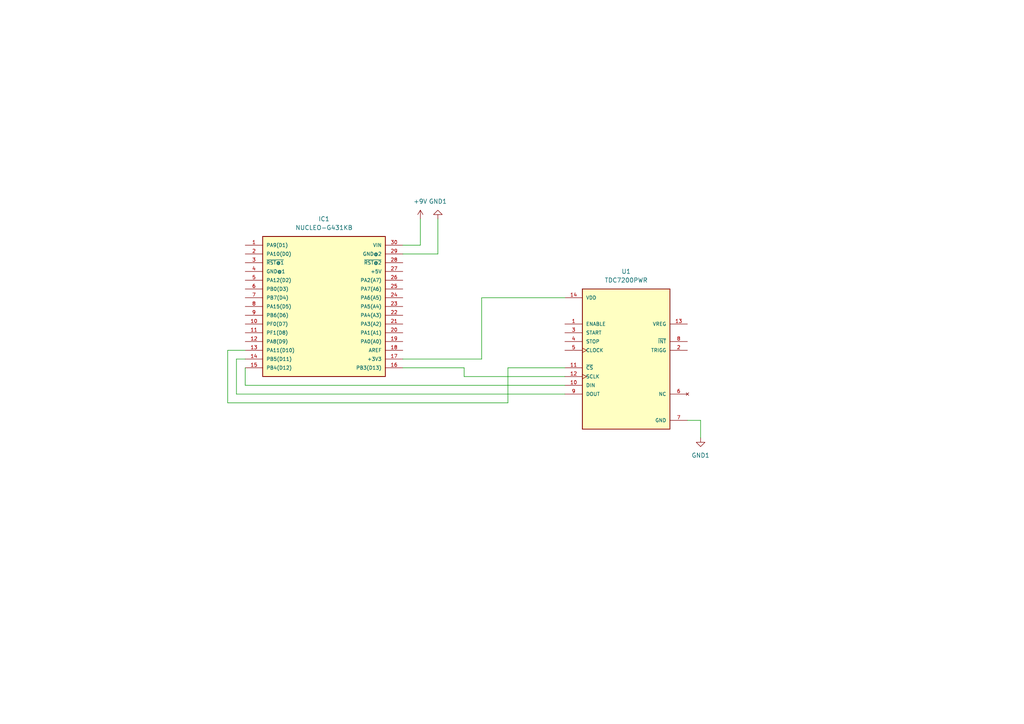
<source format=kicad_sch>
(kicad_sch (version 20230121) (generator eeschema)
  (paper "A4")
  (lib_symbols
    (symbol "NUCLEO-G431KB:NUCLEO-G431KB" (pin_names (offset 1.016))
      (property "Reference" "IC" (at -3.81 22.86 0))
      (property "Value" "NUCLEO-G431KB" (at -6.35 -22.86 0))
      (symbol "NUCLEO-G431KB_0_0"
        (rectangle (start -17.78 -20.32) (end 17.78 20.32) (stroke (width 0.254)) (fill (type background)))
        (pin bidirectional line (at -22.86 17.78 0) (length 5.08) (name "PA9(D1)") (number "1"))
        (pin bidirectional line (at -22.86 -5.08 0) (length 5.08) (name "PF0(D7)") (number "10"))
        (pin bidirectional line (at -22.86 -7.62 0) (length 5.08) (name "PF1(D8)") (number "11"))
        (pin bidirectional line (at -22.86 -10.16 0) (length 5.08) (name "PA8(D9)") (number "12"))
        (pin bidirectional line (at -22.86 -12.7 0) (length 5.08) (name "PA11(D10)") (number "13"))
        (pin bidirectional line (at -22.86 -15.24 0) (length 5.08) (name "PB5(D11)") (number "14"))
        (pin bidirectional line (at -22.86 -17.78 0) (length 5.08) (name "PB4(D12)") (number "15"))
        (pin bidirectional line (at 22.86 -17.78 180) (length 5.08) (name "PB3(D13)") (number "16"))
        (pin passive line (at 22.86 -15.24 180) (length 5.08) (name "+3V3") (number "17"))
        (pin passive line (at 22.86 -12.7 180) (length 5.08) (name "AREF") (number "18"))
        (pin bidirectional line (at 22.86 -10.16 180) (length 5.08) (name "PA0(A0)") (number "19"))
        (pin bidirectional line (at -22.86 15.24 0) (length 5.08) (name "PA10(D0)") (number "2"))
        (pin bidirectional line (at 22.86 -7.62 180) (length 5.08) (name "PA1(A1)") (number "20"))
        (pin bidirectional line (at 22.86 -5.08 180) (length 5.08) (name "PA3(A2)") (number "21"))
        (pin bidirectional line (at 22.86 -2.54 180) (length 5.08) (name "PA4(A3)") (number "22"))
        (pin bidirectional line (at 22.86 0 180) (length 5.08) (name "PA5(A4)") (number "23"))
        (pin bidirectional line (at 22.86 2.54 180) (length 5.08) (name "PA6(A5)") (number "24"))
        (pin bidirectional line (at 22.86 5.08 180) (length 5.08) (name "PA7(A6)") (number "25"))
        (pin bidirectional line (at 22.86 7.62 180) (length 5.08) (name "PA2(A7)") (number "26"))
        (pin passive line (at 22.86 10.16 180) (length 5.08) (name "+5V") (number "27"))
        (pin bidirectional line (at 22.86 12.7 180) (length 5.08) (name "~{RST@2}") (number "28"))
        (pin passive line (at 22.86 15.24 180) (length 5.08) (name "GND@2") (number "29"))
        (pin bidirectional line (at -22.86 12.7 0) (length 5.08) (name "~{RST@1}") (number "3"))
        (pin passive line (at 22.86 17.78 180) (length 5.08) (name "VIN") (number "30"))
        (pin passive line (at -22.86 10.16 0) (length 5.08) (name "GND@1") (number "4"))
        (pin bidirectional line (at -22.86 7.62 0) (length 5.08) (name "PA12(D2)") (number "5"))
        (pin bidirectional line (at -22.86 5.08 0) (length 5.08) (name "PB0(D3)") (number "6"))
        (pin bidirectional line (at -22.86 2.54 0) (length 5.08) (name "PB7(D4)") (number "7"))
        (pin bidirectional line (at -22.86 0 0) (length 5.08) (name "PA15(D5)") (number "8"))
        (pin bidirectional line (at -22.86 -2.54 0) (length 5.08) (name "PB6(D6)") (number "9"))
      )
    )
    (symbol "TDC7200PWR:TDC7200PWR" (pin_names (offset 1.016))
      (property "Reference" "U" (at -12.7 21.59 0))
      (property "Value" "TDC7200PWR" (at -12.7 -22.86 0))
      (symbol "TDC7200PWR_0_0"
        (rectangle (start -12.7 -20.32) (end 12.7 20.32) (stroke (width 0.254)) (fill (type background)))
        (pin input line (at -17.78 10.16 0) (length 5.08) (name "ENABLE") (number "1"))
        (pin input line (at -17.78 -7.62 0) (length 5.08) (name "DIN") (number "10"))
        (pin input line (at -17.78 -2.54 0) (length 5.08) (name "~{CS}") (number "11"))
        (pin input clock (at -17.78 -5.08 0) (length 5.08) (name "SCLK") (number "12"))
        (pin output line (at 17.78 10.16 180) (length 5.08) (name "VREG") (number "13"))
        (pin power_in line (at -17.78 17.78 0) (length 5.08) (name "VDD") (number "14"))
        (pin output line (at 17.78 2.54 180) (length 5.08) (name "TRIGG") (number "2"))
        (pin input line (at -17.78 7.62 0) (length 5.08) (name "START") (number "3"))
        (pin input line (at -17.78 5.08 0) (length 5.08) (name "STOP") (number "4"))
        (pin input clock (at -17.78 2.54 0) (length 5.08) (name "CLOCK") (number "5"))
        (pin no_connect line (at 17.78 -10.16 180) (length 5.08) (name "NC") (number "6"))
        (pin power_in line (at 17.78 -17.78 180) (length 5.08) (name "GND") (number "7"))
        (pin output line (at 17.78 5.08 180) (length 5.08) (name "~{INT}") (number "8"))
        (pin output line (at -17.78 -10.16 0) (length 5.08) (name "DOUT") (number "9"))
      )
    )
    (symbol "power:+9V" (power) (pin_names (offset 0))
      (property "Value" "+9V" (at 0 3.556 0))
      (symbol "+9V_0_1"
        (polyline (pts (xy -0.762 1.27) (xy 0 2.54)))
        (polyline (pts (xy 0 0) (xy 0 2.54)))
        (polyline (pts (xy 0 2.54) (xy 0.762 1.27)))
      )
      (symbol "+9V_1_1"
        (pin power_in line (at 0 0 90) (length 0) hide (name "+9V") (number "1"))
      )
    )
    (symbol "power:GND1" (power) (pin_names (offset 0))
      (property "Value" "GND1" (at 0 -3.81 0))
      (symbol "GND1_0_1"
        (polyline (pts (xy 0 0) (xy 0 -1.27) (xy 1.27 -1.27) (xy 0 -2.54) (xy -1.27 -1.27) (xy 0 -1.27)))
      )
      (symbol "GND1_1_1"
        (pin power_in line (at 0 0 270) (length 0) hide (name "GND1") (number "1"))
      )
    )
  )
  (wire (pts (xy 127 63.5) (xy 127 73.66)))
  (wire (pts (xy 66.04 101.6) (xy 66.04 116.84)))
  (wire (pts (xy 116.84 106.68) (xy 134.62 106.68)))
  (wire (pts (xy 147.32 116.84) (xy 147.32 106.68)))
  (wire (pts (xy 134.62 109.22) (xy 163.83 109.22)))
  (wire (pts (xy 134.62 106.68) (xy 134.62 109.22)))
  (wire (pts (xy 121.92 63.5) (xy 121.92 71.12)))
  (wire (pts (xy 68.58 104.14) (xy 68.58 114.3)))
  (wire (pts (xy 68.58 114.3) (xy 163.83 114.3)))
  (wire (pts (xy 116.84 71.12) (xy 121.92 71.12)))
  (wire (pts (xy 71.12 101.6) (xy 66.04 101.6)))
  (wire (pts (xy 147.32 106.68) (xy 163.83 106.68)))
  (wire (pts (xy 139.7 86.36) (xy 163.83 86.36)))
  (wire (pts (xy 71.12 111.76) (xy 163.83 111.76)))
  (wire (pts (xy 116.84 104.14) (xy 139.7 104.14)))
  (wire (pts (xy 139.7 104.14) (xy 139.7 86.36)))
  (wire (pts (xy 66.04 116.84) (xy 147.32 116.84)))
  (wire (pts (xy 71.12 106.68) (xy 71.12 111.76)))
  (wire (pts (xy 127 73.66) (xy 116.84 73.66)))
  (wire (pts (xy 199.39 121.92) (xy 203.2 121.92)))
  (wire (pts (xy 203.2 121.92) (xy 203.2 127)))
  (wire (pts (xy 71.12 104.14) (xy 68.58 104.14)))
  (symbol (lib_id "power:GND1") (at 127 63.5 180) (unit 1)
    (property "Reference" "#PWR02" (effects hide))
    (property "Value" "GND1" (at 127 58.42 0))
  )
  (symbol (lib_id "power:+9V") (at 121.92 63.5 0) (unit 1)
    (property "Reference" "#PWR01" (effects hide))
    (property "Value" "+9V" (at 121.92 58.42 0))
  )
  (symbol (lib_id "power:GND1") (at 203.2 127 0) (unit 1)
    (property "Reference" "#PWR03" (effects hide))
    (property "Value" "GND1" (at 203.2 132.08 0))
  )
  (symbol (lib_id "NUCLEO-G431KB:NUCLEO-G431KB") (at 93.98 88.9 0) (unit 1)
    (property "Reference" "IC1" (at 93.98 63.5 0))
    (property "Value" "NUCLEO-G431KB" (at 93.98 66.04 0))
    (property "MANUFACTURER_NAME" "STMicroelectronics" (effects hide))
    (property "RS_PRICE-STOCK" "http://uk.rs-online.com/web/p/products/9092862" (effects hide))
    (property "DESCRIPTION" "STM32 Nucleo-32 development board" (effects hide))
    (property "RS_PART_NUMBER" "9092862" (effects hide))
    (property "HEIGHT" "15mm" (effects hide))
    (property "ARROW_PRICE-STOCK" "https://www.arrow.com/en/products/nucleo-f303k8/stmicroelectronics" (effects hide))
    (property "ARROW_PART_NUMBER" "NUCLEO-F303K8" (effects hide))
    (property "MANUFACTURER_PART_NUMBER" "NUCLEO-F303K8" (effects hide))
  )
  (symbol (lib_id "TDC7200PWR:TDC7200PWR") (at 181.61 104.14 0) (unit 1)
    (property "Reference" "U1" (at 181.61 78.74 0))
    (property "Value" "TDC7200PWR" (at 181.61 81.28 0))
    (property "Footprint" "SOP65P640X120-14N" (effects hide))
    (property "PARTREV" "D" (effects hide))
    (property "MANUFACTURER" "Texas Instruments" (effects hide))
    (property "MAXIMUM_PACKAGE_HEIGHT" "1.2 mm" (effects hide))
    (property "STANDARD" "IPC 7351B" (effects hide))
  )
)
</source>
